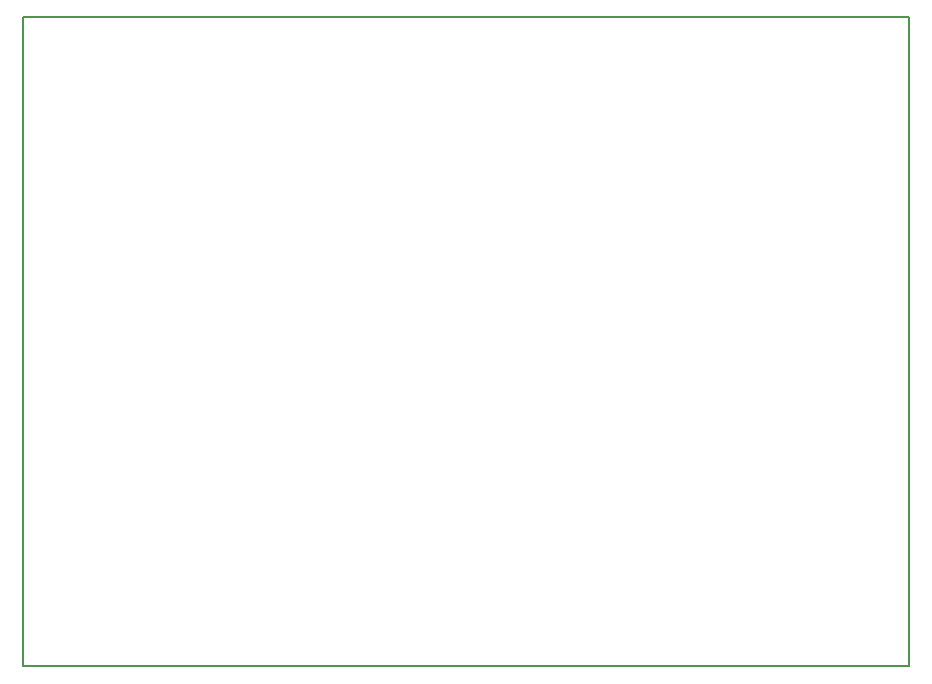
<source format=gbr>
G04 PROTEUS GERBER X2 FILE*
%TF.GenerationSoftware,Labcenter,Proteus,8.15-SP1-Build34318*%
%TF.CreationDate,2023-05-02T07:01:26+00:00*%
%TF.FileFunction,Other,Mechanical 1*%
%TF.FilePolarity,Positive*%
%TF.Part,Single*%
%TF.SameCoordinates,{219bb86b-492c-4ab0-8d1f-870129ed5977}*%
%FSLAX45Y45*%
%MOMM*%
G01*
%TA.AperFunction,Material*%
%ADD71C,0.203200*%
%TD.AperFunction*%
D71*
X-3380000Y-3138000D02*
X+4120000Y-3138000D01*
X+4120000Y+2362000D01*
X-3380000Y+2362000D01*
X-3380000Y-3138000D01*
M02*

</source>
